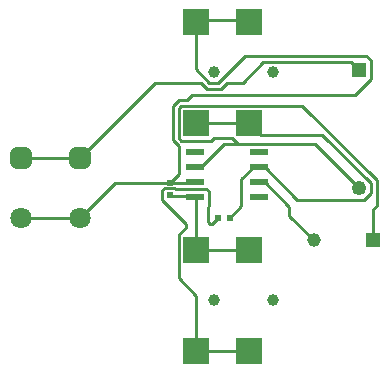
<source format=gbr>
G04*
G04 #@! TF.GenerationSoftware,Altium Limited,Altium Designer,24.9.1 (31)*
G04*
G04 Layer_Physical_Order=1*
G04 Layer_Color=255*
%FSLAX25Y25*%
%MOIN*%
G70*
G04*
G04 #@! TF.SameCoordinates,339F8C44-8F51-4397-B52D-863AAE003943*
G04*
G04*
G04 #@! TF.FilePolarity,Positive*
G04*
G01*
G75*
%ADD10C,0.01000*%
%ADD14R,0.08661X0.08661*%
%ADD15R,0.06100X0.02400*%
%ADD16R,0.01968X0.01968*%
%ADD17R,0.01968X0.01968*%
%ADD21C,0.04528*%
%ADD22R,0.04528X0.04528*%
%ADD23C,0.04921*%
%ADD24R,0.04921X0.04921*%
%ADD27C,0.03937*%
G04:AMPARAMS|DCode=28|XSize=70.87mil|YSize=70.87mil|CornerRadius=17.72mil|HoleSize=0mil|Usage=FLASHONLY|Rotation=270.000|XOffset=0mil|YOffset=0mil|HoleType=Round|Shape=RoundedRectangle|*
%AMROUNDEDRECTD28*
21,1,0.07087,0.03543,0,0,270.0*
21,1,0.03543,0.07087,0,0,270.0*
1,1,0.03543,-0.01772,-0.01772*
1,1,0.03543,-0.01772,0.01772*
1,1,0.03543,0.01772,0.01772*
1,1,0.03543,0.01772,-0.01772*
%
%ADD28ROUNDEDRECTD28*%
%ADD29C,0.07087*%
D10*
X410811Y353429D02*
X411382Y354000D01*
X427956D02*
X428527Y353429D01*
X411382Y354000D02*
X427956D01*
X410811Y319571D02*
X428527D01*
X420050Y312700D02*
X424615D01*
X416723Y314700D02*
X422615D01*
X405859Y313740D02*
X415763D01*
X416723Y314700D01*
X404980Y314619D02*
Y324523D01*
X405030Y327402D02*
X407859D01*
X446028Y325402D02*
X470961Y300469D01*
X404980Y314619D02*
X405859Y313740D01*
X469842Y280500D02*
Y290807D01*
X402980Y313790D02*
Y325351D01*
X404980Y324523D02*
X405859Y325402D01*
X402980Y325351D02*
X405030Y327402D01*
X470961Y291925D02*
Y300469D01*
X402980Y313790D02*
X404980Y311790D01*
X424615Y312700D02*
X450300D01*
X407859Y327402D02*
X409489Y329031D01*
X405859Y325402D02*
X446028D01*
X422615Y314700D02*
X424615Y312700D01*
X450300D02*
X465000Y298000D01*
X404980Y302449D02*
Y311790D01*
X469842Y290807D02*
X470961Y291925D01*
X399516Y293926D02*
X407547Y285894D01*
X406629Y297500D02*
X406829Y297700D01*
X415050Y291920D02*
Y296821D01*
X414719Y286687D02*
Y291589D01*
X415305Y286102D02*
X416133D01*
X414719Y291589D02*
X415050Y291920D01*
X414719Y286687D02*
X415305Y286102D01*
X416133D02*
X418032Y288000D01*
X403606Y298016D02*
X404121Y297500D01*
X399516Y293926D02*
Y297137D01*
X400394Y298016D01*
X410500Y295000D02*
X410811Y294689D01*
X406829Y297700D02*
X414171D01*
X415050Y296821D01*
X404121Y297500D02*
X406629D01*
X407547Y284948D02*
Y285894D01*
X400394Y298016D02*
X403606D01*
X410811Y277429D02*
Y294689D01*
X404980Y282381D02*
X407547Y284948D01*
X431800Y305000D02*
X433650D01*
X444611Y294039D01*
X466641D01*
X468961Y296359D01*
Y299640D01*
X452861Y315740D02*
X468961Y299640D01*
X432358Y315740D02*
X452861D01*
X428527Y319571D02*
X432358Y315740D01*
X410500Y305000D02*
X412350D01*
X420050Y312700D01*
X402266Y299734D02*
X404980Y302449D01*
X402000Y299468D02*
X402266Y299734D01*
X409489Y329031D02*
X463704D01*
X468961Y334288D01*
Y340452D01*
X467444Y341968D02*
X468961Y340452D01*
X427090Y341968D02*
X467444D01*
X397217Y333032D02*
X412451D01*
X414451Y331031D02*
X418981D01*
X410811Y337500D02*
X415279Y333032D01*
X418981Y331031D02*
X420981Y333032D01*
X418153D02*
X427090Y341968D01*
X420981Y333032D02*
X426340D01*
X410811Y337500D02*
Y353429D01*
X412451Y333032D02*
X414451Y331031D01*
X415279Y333032D02*
X418153D01*
X372185Y308000D02*
X397217Y333032D01*
X426340D02*
X433278Y339968D01*
X462402D01*
X352500Y288000D02*
X372185D01*
X352500Y308000D02*
X372185D01*
X462402Y339968D02*
X465000Y337370D01*
X383653Y299468D02*
X402000D01*
X372185Y288000D02*
X383653Y299468D01*
X402266Y299734D02*
X410234D01*
X410500Y300000D01*
X402266Y295266D02*
X410234D01*
X402000Y295532D02*
X402266Y295266D01*
X410234D02*
X410500Y295000D01*
X441916Y288741D02*
Y291734D01*
X433650Y300000D02*
X441916Y291734D01*
Y288741D02*
X450157Y280500D01*
X431800Y300000D02*
X433650D01*
X425851Y291883D02*
Y300901D01*
X421969Y288000D02*
X425851Y291883D01*
Y300901D02*
X429950Y305000D01*
X431800D01*
X404980Y267807D02*
X410811Y261976D01*
Y243571D02*
Y261976D01*
X404980Y267807D02*
Y282381D01*
X410811Y277429D02*
X428527D01*
X410811Y243571D02*
X428527D01*
D14*
Y353429D02*
D03*
Y319571D02*
D03*
X410811D02*
D03*
Y353429D02*
D03*
Y277429D02*
D03*
Y243571D02*
D03*
X428527D02*
D03*
Y277429D02*
D03*
D15*
X410500Y310000D02*
D03*
Y305000D02*
D03*
Y295000D02*
D03*
Y300000D02*
D03*
X431800Y310000D02*
D03*
Y305000D02*
D03*
Y300000D02*
D03*
Y295000D02*
D03*
D16*
X402000Y295532D02*
D03*
Y299468D02*
D03*
D17*
X418032Y288000D02*
D03*
X421969D02*
D03*
D21*
X450157Y280500D02*
D03*
D22*
X469842D02*
D03*
D23*
X465000Y298000D02*
D03*
D24*
Y337370D02*
D03*
D27*
X436401Y336500D02*
D03*
X416716D02*
D03*
Y260500D02*
D03*
X436401D02*
D03*
D28*
X372185Y308000D02*
D03*
X352500D02*
D03*
D29*
Y288000D02*
D03*
X372185D02*
D03*
M02*

</source>
